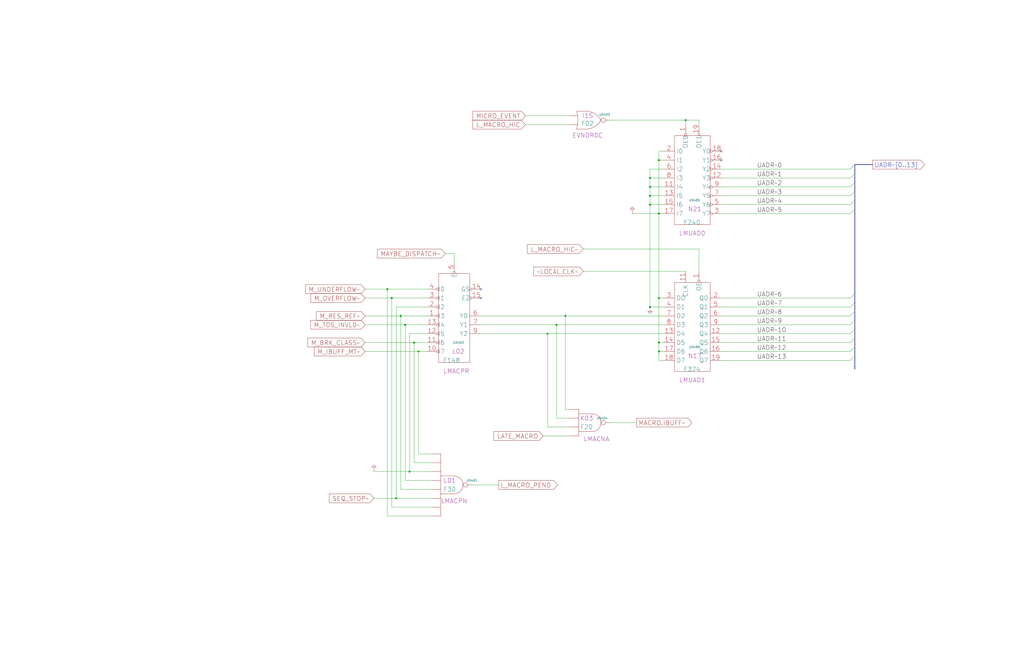
<source format=kicad_sch>
(kicad_sch (version 20211123) (generator eeschema)
  (paper "User" 584.2 378.46)
  (title_block (title "LATE MACRO EVENT ADDR GEN.") (date "22-MAY-90") (rev "1.0") (comment 1 "SEQUENCER") (comment 2 "232-003064") (comment 3 "S400") (comment 4 "RELEASED"))
  (lib_symbols
    (symbol "r1000:F02" (pin_numbers hide) (pin_names hide)
      (property "Reference" "U" (at 12.16 0.635 0))
      (property "Value" "F02" (at -1.27 -4.445 0))
      (property "Location" "___" (at 2.54 0 0))
      (property "Name" "______" (at 2.54 -12.7 0))
      (symbol "F02_0_1"
        (arc (start -3.81 -7.62) (mid -2.9847 -2.54) (end -3.81 2.54) (stroke (width 0.1524)))
        (polyline (pts (xy -5.08 -5.08) (xy -3.175 -5.08)) (stroke (width 0.1524)))
        (polyline (pts (xy -5.08 0) (xy -3.175 0)) (stroke (width 0.1524)))
        (polyline (pts (xy -3.81 -7.62) (xy 2.54 -7.62)) (stroke (width 0.1524)))
        (polyline (pts (xy -3.81 2.54) (xy 2.54 2.54)) (stroke (width 0.1524)))
        (polyline (pts (xy 13.97 -2.54) (xy 12.7 -2.54)) (stroke (width 0.1524)))
        (arc (start 2.54 -7.62) (mid 6.9515 -5.9823) (end 10.16 -2.54) (stroke (width 0.1524)))
        (arc (start 10.16 -2.54) (mid 6.9478 0.8966) (end 2.54 2.54) (stroke (width 0.1524)))
        (circle (center 11.43 -2.54) (radius 1.27) (stroke (width 0.1524)))
      )
      (symbol "F02_0_2"
        (circle (center -3.81 -5.08) (radius 1.27) (stroke (width 0.1524)))
        (circle (center -3.81 0) (radius 1.27) (stroke (width 0.1524)))
        (polyline (pts (xy -2.54 -7.62) (xy 5.08 -7.62)) (stroke (width 0.1524)))
        (polyline (pts (xy -2.54 2.54) (xy -2.54 -7.62)) (stroke (width 0.1524)))
        (polyline (pts (xy -2.54 2.54) (xy 5.08 2.54)) (stroke (width 0.1524)))
        (polyline (pts (xy 11.43 -2.54) (xy 10.16 -2.54)) (stroke (width 0.1524)))
        (polyline (pts (xy 11.43 -2.54) (xy 12.7 -2.54)) (stroke (width 0.1524)))
        (arc (start 5.08 -7.62) (mid 10.1282 -2.54) (end 5.08 2.54) (stroke (width 0.1524)))
      )
      (symbol "F02_1_1"
        (pin input line (at -7.62 0 0) (length 2.54) (name "D0") (number "1"))
        (pin input line (at -7.62 -5.08 0) (length 2.54) (name "D1") (number "2"))
        (pin output line (at 15.24 -2.54 180) (length 1.27) (name "Q") (number "3"))
      )
      (symbol "F02_1_2"
        (pin input line (at -7.62 0 0) (length 2.54) (name "D0") (number "1"))
        (pin input line (at -7.62 -5.08 0) (length 2.54) (name "D1") (number "2"))
        (pin output line (at 15.24 -2.54 180) (length 2.54) (name "Q") (number "3"))
      )
    )
    (symbol "r1000:F148" (pin_names (offset 1.016))
      (property "Reference" "U" (at 2.54 5.08 0))
      (property "Value" "F148" (at -6.35 -5.08 0))
      (property "Location" "___" (at -1.27 0 0))
      (property "Name" "______" (at 1.27 -12.7 0))
      (symbol "F148_1_1"
        (circle (center -9.525 0) (radius 0.635))
        (circle (center -9.525 5.08) (radius 0.635))
        (circle (center -9.525 10.16) (radius 0.635))
        (circle (center -9.525 15.24) (radius 0.635))
        (circle (center -9.525 20.32) (radius 0.635))
        (circle (center -9.525 25.4) (radius 0.635))
        (circle (center -9.525 30.48) (radius 0.635))
        (circle (center -9.525 35.56) (radius 0.635))
        (rectangle (start -8.89 44.45) (end 8.89 -6.35))
        (circle (center 0 45.085) (radius 0.635))
        (circle (center 9.525 30.48) (radius 0.635))
        (circle (center 9.525 35.56) (radius 0.635))
        (pin input line (at -15.24 20.32 0) (length 5.08) (name "I3") (number "1"))
        (pin input line (at -15.24 0 0) (length 5.08) (name "I7") (number "10"))
        (pin input line (at -15.24 5.08 0) (length 5.08) (name "I6") (number "11"))
        (pin input line (at -15.24 10.16 0) (length 5.08) (name "I5") (number "12"))
        (pin input line (at -15.24 15.24 0) (length 5.08) (name "I4") (number "13"))
        (pin output line (at 15.24 35.56 180) (length 5.08) (name "GS") (number "14"))
        (pin output line (at 15.24 30.48 180) (length 5.08) (name "EZ") (number "15"))
        (pin input line (at -15.24 25.4 0) (length 5.08) (name "I2") (number "2"))
        (pin input line (at -15.24 30.48 0) (length 5.08) (name "I1") (number "3"))
        (pin input line (at -15.24 35.56 0) (length 5.08) (name "I0") (number "4"))
        (pin input line (at 0 50.8 270) (length 5.08) (name "E") (number "5"))
        (pin output line (at 15.24 20.32 180) (length 6.35) (name "Y0") (number "6"))
        (pin output line (at 15.24 15.24 180) (length 6.35) (name "Y1") (number "7"))
        (pin output line (at 15.24 10.16 180) (length 6.35) (name "Y2") (number "9"))
      )
    )
    (symbol "r1000:F20" (pin_numbers hide) (pin_names hide)
      (property "Reference" "U" (at 8.255 2.54 0))
      (property "Value" "F20" (at -0.635 -2.54 0))
      (property "Location" "___" (at -0.635 2.54 0))
      (property "Name" "______" (at 5.08 -10.795 0))
      (symbol "F20_0_1"
        (polyline (pts (xy -5.08 -5.08) (xy -5.08 -7.62)) (stroke (width 0.1524)))
        (polyline (pts (xy -5.08 5.08) (xy -5.08 -5.08)) (stroke (width 0.1524)))
        (polyline (pts (xy -5.08 7.62) (xy -5.08 5.08)) (stroke (width 0.1524)))
        (polyline (pts (xy 2.54 -5.08) (xy -5.08 -5.08)) (stroke (width 0.1524)))
        (polyline (pts (xy 2.54 5.08) (xy -5.08 5.08)) (stroke (width 0.1524)))
        (arc (start 2.54 -5.08) (mid 7.5882 0) (end 2.54 5.08) (stroke (width 0.1524)))
        (circle (center 8.89 0) (radius 1.27) (stroke (width 0.1524)))
      )
      (symbol "F20_0_2"
        (circle (center -7.62 -7.62) (radius 1.27) (stroke (width 0.1524)))
        (circle (center -7.62 7.62) (radius 1.27) (stroke (width 0.1524)))
        (circle (center -6.985 -2.54) (radius 1.27) (stroke (width 0.1524)))
        (circle (center -6.985 2.54) (radius 1.27) (stroke (width 0.1524)))
        (arc (start -6.35 -7.62) (mid -5.3975 0) (end -6.35 7.62) (stroke (width 0.1524)))
        (polyline (pts (xy -5.715 -5.08) (xy 1.27 -5.08)) (stroke (width 0.1524)))
        (polyline (pts (xy -5.715 5.08) (xy 1.27 5.08)) (stroke (width 0.1524)))
        (arc (start 1.27 -5.08) (mid 5.0441 -3.2889) (end 7.62 0) (stroke (width 0.1524)))
        (arc (start 7.62 0) (mid 5.0518 3.2985) (end 1.27 5.08) (stroke (width 0.1524)))
      )
      (symbol "F20_1_1"
        (pin input line (at -10.16 7.62 0) (length 5.08) (name "D0") (number "1"))
        (pin input line (at -10.16 2.54 0) (length 5.08) (name "D1") (number "2"))
        (pin input line (at -10.16 -2.54 0) (length 5.08) (name "D2") (number "4"))
        (pin input line (at -10.16 -7.62 0) (length 5.08) (name "D3") (number "5"))
        (pin output line (at 12.7 0 180) (length 2.54) (name "Q") (number "6"))
      )
      (symbol "F20_1_2"
        (pin input line (at -10.16 7.62 0) (length 1.27) (name "D0") (number "1"))
        (pin input line (at -10.16 2.54 0) (length 1.905) (name "D1") (number "2"))
        (pin input line (at -10.16 -2.54 0) (length 1.905) (name "D2") (number "4"))
        (pin input line (at -10.16 -7.62 0) (length 1.27) (name "D3") (number "5"))
        (pin output line (at 12.7 0 180) (length 5.08) (name "Q") (number "6"))
      )
    )
    (symbol "r1000:F240" (pin_names (offset 1.016))
      (property "Reference" "U" (at 2.54 5.08 0))
      (property "Value" "F240" (at -3.81 -7.62 0))
      (property "Location" "___" (at -1.27 0 0))
      (property "Name" "______" (at 1.27 -15.24 0))
      (symbol "F240_1_1"
        (rectangle (start -8.89 41.91) (end 11.43 -8.89))
        (circle (center -2.54 42.545) (radius 0.635))
        (circle (center 5.08 42.545) (radius 0.635))
        (circle (center 12.065 -2.54) (radius 0.635))
        (circle (center 12.065 2.54) (radius 0.635))
        (circle (center 12.065 7.62) (radius 0.635))
        (circle (center 12.065 12.7) (radius 0.635))
        (circle (center 12.065 17.78) (radius 0.635))
        (circle (center 12.065 22.86) (radius 0.635))
        (circle (center 12.065 27.94) (radius 0.635))
        (circle (center 12.065 33.02) (radius 0.635))
        (pin input line (at -2.54 48.26 270) (length 5.08) (name "OE0") (number "1"))
        (pin input line (at -15.24 12.7 0) (length 6.35) (name "I4") (number "11"))
        (pin tri_state line (at 17.78 17.78 180) (length 5.08) (name "Y3") (number "12"))
        (pin input line (at -15.24 7.62 0) (length 6.35) (name "I5") (number "13"))
        (pin tri_state line (at 17.78 22.86 180) (length 5.08) (name "Y2") (number "14"))
        (pin input line (at -15.24 2.54 0) (length 6.35) (name "I6") (number "15"))
        (pin tri_state line (at 17.78 27.94 180) (length 5.08) (name "Y1") (number "16"))
        (pin input line (at -15.24 -2.54 0) (length 6.35) (name "I7") (number "17"))
        (pin tri_state line (at 17.78 33.02 180) (length 5.08) (name "Y0") (number "18"))
        (pin input line (at 5.08 48.26 270) (length 5.08) (name "OE1") (number "19"))
        (pin input line (at -15.24 33.02 0) (length 6.35) (name "I0") (number "2"))
        (pin tri_state line (at 17.78 -2.54 180) (length 5.08) (name "Y7") (number "3"))
        (pin input line (at -15.24 27.94 0) (length 6.35) (name "I1") (number "4"))
        (pin tri_state line (at 17.78 2.54 180) (length 5.08) (name "Y6") (number "5"))
        (pin input line (at -15.24 22.86 0) (length 6.35) (name "I2") (number "6"))
        (pin tri_state line (at 17.78 7.62 180) (length 5.08) (name "Y5") (number "7"))
        (pin input line (at -15.24 17.78 0) (length 6.35) (name "I3") (number "8"))
        (pin tri_state line (at 17.78 12.7 180) (length 5.08) (name "Y4") (number "9"))
      )
    )
    (symbol "r1000:F30" (pin_numbers hide) (pin_names hide)
      (property "Reference" "U" (at 15.24 2.54 0))
      (property "Value" "F30" (at 2.54 -2.54 0))
      (property "Location" "___" (at 2.54 2.54 0))
      (property "Name" "______" (at 5.08 -10.62 0))
      (symbol "F30_0_0"
        (polyline (pts (xy -2.54 -5.08) (xy 5.08 -5.08)) (stroke (width 0.1524)))
        (polyline (pts (xy -2.54 5.08) (xy 5.08 5.08)) (stroke (width 0.1524)))
        (arc (start 5.08 -5.08) (mid 8.6721 -3.5921) (end 10.16 0) (stroke (width 0.1524)))
        (arc (start 10.16 0) (mid 8.6721 3.5921) (end 5.08 5.08) (stroke (width 0.1524)))
        (circle (center 11.43 0) (radius 1.27) (stroke (width 0.1524)))
      )
      (symbol "F30_0_1"
        (polyline (pts (xy -2.54 -7.62) (xy -2.54 -17.78)) (stroke (width 0.1524)))
        (polyline (pts (xy -2.54 -5.08) (xy -2.54 -7.62)) (stroke (width 0.1524)))
        (polyline (pts (xy -2.54 5.08) (xy -2.54 -5.08)) (stroke (width 0.1524)))
        (polyline (pts (xy -2.54 7.62) (xy -2.54 5.08)) (stroke (width 0.1524)))
        (polyline (pts (xy -2.54 17.145) (xy -2.54 7.62)) (stroke (width 0.1524)))
        (polyline (pts (xy -2.54 17.78) (xy -2.54 17.145)) (stroke (width 0.1524)))
      )
      (symbol "F30_1_1"
        (pin input line (at -7.62 7.62 0) (length 5.08) (name "D0") (number "1"))
        (pin input line (at -7.62 17.78 0) (length 5.08) (name "D1") (number "11"))
        (pin input line (at -7.62 12.7 0) (length 5.08) (name "D2") (number "12"))
        (pin input line (at -7.62 2.54 0) (length 5.08) (name "D3") (number "2"))
        (pin input line (at -7.62 -2.54 0) (length 5.08) (name "D4") (number "3"))
        (pin input line (at -7.62 -7.62 0) (length 5.08) (name "D5") (number "4"))
        (pin input line (at -7.62 -12.7 0) (length 5.08) (name "D6") (number "5"))
        (pin input line (at -7.62 -17.78 0) (length 5.08) (name "D7") (number "6"))
        (pin output line (at 15.24 0 180) (length 2.54) (name "Q") (number "8"))
      )
    )
    (symbol "r1000:F374" (pin_names (offset 1.016))
      (property "Reference" "U" (at 2.54 5.08 0))
      (property "Value" "F374" (at -3.81 -7.62 0))
      (property "Location" "___" (at -1.27 0 0))
      (property "Name" "______" (at 1.27 -15.24 0))
      (symbol "F374_1_1"
        (rectangle (start -8.89 41.91) (end 11.43 -8.89))
        (circle (center 5.08 42.545) (radius 0.635))
        (pin input line (at 5.08 48.26 270) (length 5.08) (name "OE") (number "1"))
        (pin input line (at -2.54 48.26 270) (length 6.35) (name "CLK") (number "11"))
        (pin tri_state line (at 17.78 12.7 180) (length 6.35) (name "Q4") (number "12"))
        (pin input line (at -15.24 12.7 0) (length 6.35) (name "D4") (number "13"))
        (pin input line (at -15.24 7.62 0) (length 6.35) (name "D5") (number "14"))
        (pin tri_state line (at 17.78 7.62 180) (length 6.35) (name "Q5") (number "15"))
        (pin tri_state line (at 17.78 2.54 180) (length 6.35) (name "Q6") (number "16"))
        (pin input line (at -15.24 2.54 0) (length 6.35) (name "D6") (number "17"))
        (pin input line (at -15.24 -2.54 0) (length 6.35) (name "D7") (number "18"))
        (pin tri_state line (at 17.78 -2.54 180) (length 6.35) (name "Q7") (number "19"))
        (pin tri_state line (at 17.78 33.02 180) (length 6.35) (name "Q0") (number "2"))
        (pin input line (at -15.24 33.02 0) (length 6.35) (name "D0") (number "3"))
        (pin input line (at -15.24 27.94 0) (length 6.35) (name "D1") (number "4"))
        (pin tri_state line (at 17.78 27.94 180) (length 6.35) (name "Q1") (number "5"))
        (pin tri_state line (at 17.78 22.86 180) (length 6.35) (name "Q2") (number "6"))
        (pin input line (at -15.24 22.86 0) (length 6.35) (name "D2") (number "7"))
        (pin input line (at -15.24 17.78 0) (length 6.35) (name "D3") (number "8"))
        (pin tri_state line (at 17.78 17.78 180) (length 6.35) (name "Q3") (number "9"))
      )
    )
    (symbol "r1000:PD" (power) (pin_numbers hide) (pin_names hide) (in_bom no)
      (symbol "PD_0_1"
        (polyline (pts (xy 0 -2.54) (xy 1.27 -2.54) (xy 0 -3.81) (xy -1.27 -2.54) (xy 0 -2.54)) (stroke (width 0.1524)))
      )
      (symbol "PD_1_1"
        (pin power_in line (at 0 0 270) (length 2.54) (name "PD") (number "1"))
      )
    )
    (symbol "r1000:PU" (power) (pin_numbers hide) (pin_names hide)
      (symbol "PU_0_1"
        (polyline (pts (xy 0 2.54) (xy -1.27 2.54) (xy 0 3.81) (xy 1.27 2.54) (xy 0 2.54)) (stroke (width 0.1524)))
      )
      (symbol "PU_1_1"
        (pin power_in line (at 0 0 90) (length 2.54) (name "PU") (number "1"))
      )
    )
  )
  (bus (pts (xy 487.68 104.14) (xy 487.68 109.22)))
  (bus (pts (xy 487.68 109.22) (xy 487.68 114.3)))
  (bus (pts (xy 487.68 114.3) (xy 487.68 119.38)))
  (bus (pts (xy 487.68 119.38) (xy 487.68 167.64)))
  (bus (pts (xy 487.68 167.64) (xy 487.68 172.72)))
  (bus (pts (xy 487.68 172.72) (xy 487.68 177.8)))
  (bus (pts (xy 487.68 177.8) (xy 487.68 182.88)))
  (bus (pts (xy 487.68 182.88) (xy 487.68 187.96)))
  (bus (pts (xy 487.68 187.96) (xy 487.68 193.04)))
  (bus (pts (xy 487.68 193.04) (xy 487.68 198.12)))
  (bus (pts (xy 487.68 198.12) (xy 487.68 203.2)))
  (bus (pts (xy 487.68 203.2) (xy 487.68 210.82)))
  (bus (pts (xy 487.68 93.98) (xy 487.68 99.06)))
  (bus (pts (xy 487.68 93.98) (xy 497.84 93.98)))
  (bus (pts (xy 487.68 99.06) (xy 487.68 104.14)))
  (wire (pts (xy 208.28 165.1) (xy 220.98 165.1)))
  (wire (pts (xy 208.28 170.18) (xy 223.52 170.18)))
  (wire (pts (xy 208.28 180.34) (xy 228.6 180.34)))
  (wire (pts (xy 208.28 185.42) (xy 231.14 185.42)))
  (wire (pts (xy 208.28 195.58) (xy 236.22 195.58)))
  (wire (pts (xy 208.28 200.66) (xy 238.76 200.66)))
  (wire (pts (xy 213.36 269.24) (xy 233.68 269.24)))
  (wire (pts (xy 213.36 284.48) (xy 226.06 284.48)))
  (wire (pts (xy 220.98 165.1) (xy 220.98 294.64)))
  (wire (pts (xy 220.98 165.1) (xy 243.84 165.1)))
  (wire (pts (xy 220.98 294.64) (xy 246.38 294.64)))
  (wire (pts (xy 223.52 170.18) (xy 243.84 170.18)))
  (wire (pts (xy 223.52 289.56) (xy 223.52 170.18)))
  (wire (pts (xy 226.06 175.26) (xy 226.06 284.48)))
  (wire (pts (xy 226.06 284.48) (xy 246.38 284.48)))
  (wire (pts (xy 228.6 180.34) (xy 243.84 180.34)))
  (wire (pts (xy 228.6 279.4) (xy 228.6 180.34)))
  (wire (pts (xy 231.14 185.42) (xy 231.14 274.32)))
  (wire (pts (xy 231.14 185.42) (xy 243.84 185.42)))
  (wire (pts (xy 231.14 274.32) (xy 246.38 274.32)))
  (wire (pts (xy 233.68 190.5) (xy 233.68 269.24)))
  (wire (pts (xy 233.68 190.5) (xy 243.84 190.5)))
  (wire (pts (xy 233.68 269.24) (xy 246.38 269.24)))
  (wire (pts (xy 236.22 195.58) (xy 236.22 264.16)))
  (wire (pts (xy 236.22 195.58) (xy 243.84 195.58)))
  (wire (pts (xy 236.22 264.16) (xy 246.38 264.16)))
  (wire (pts (xy 238.76 200.66) (xy 238.76 259.08)))
  (wire (pts (xy 238.76 200.66) (xy 243.84 200.66)))
  (wire (pts (xy 243.84 175.26) (xy 226.06 175.26)))
  (wire (pts (xy 246.38 259.08) (xy 238.76 259.08)))
  (wire (pts (xy 246.38 279.4) (xy 228.6 279.4)))
  (wire (pts (xy 246.38 289.56) (xy 223.52 289.56)))
  (wire (pts (xy 254 144.78) (xy 259.08 144.78)))
  (wire (pts (xy 259.08 149.86) (xy 259.08 144.78)))
  (wire (pts (xy 269.24 276.86) (xy 284.48 276.86)))
  (wire (pts (xy 274.32 180.34) (xy 322.58 180.34)))
  (wire (pts (xy 274.32 185.42) (xy 317.5 185.42)))
  (wire (pts (xy 274.32 190.5) (xy 312.42 190.5)))
  (wire (pts (xy 299.72 66.04) (xy 325.12 66.04)))
  (wire (pts (xy 299.72 71.12) (xy 325.12 71.12)))
  (wire (pts (xy 309.88 248.92) (xy 325.12 248.92)))
  (wire (pts (xy 312.42 190.5) (xy 312.42 243.84)))
  (wire (pts (xy 312.42 190.5) (xy 378.46 190.5)))
  (wire (pts (xy 312.42 243.84) (xy 325.12 243.84)))
  (wire (pts (xy 317.5 185.42) (xy 317.5 238.76)))
  (wire (pts (xy 317.5 185.42) (xy 378.46 185.42)))
  (wire (pts (xy 317.5 238.76) (xy 325.12 238.76)))
  (wire (pts (xy 322.58 180.34) (xy 322.58 233.68)))
  (wire (pts (xy 322.58 180.34) (xy 378.46 180.34)))
  (wire (pts (xy 322.58 233.68) (xy 325.12 233.68)))
  (wire (pts (xy 332.74 142.24) (xy 398.78 142.24)))
  (wire (pts (xy 332.74 154.94) (xy 391.16 154.94)))
  (wire (pts (xy 347.98 241.3) (xy 363.22 241.3)))
  (wire (pts (xy 347.98 68.58) (xy 391.16 68.58)))
  (wire (pts (xy 360.68 121.92) (xy 375.92 121.92)))
  (wire (pts (xy 370.84 101.6) (xy 370.84 106.68)))
  (wire (pts (xy 370.84 101.6) (xy 378.46 101.6)))
  (wire (pts (xy 370.84 106.68) (xy 370.84 111.76)))
  (wire (pts (xy 370.84 106.68) (xy 378.46 106.68)))
  (wire (pts (xy 370.84 111.76) (xy 370.84 116.84)))
  (wire (pts (xy 370.84 111.76) (xy 378.46 111.76)))
  (wire (pts (xy 370.84 116.84) (xy 370.84 175.26)))
  (wire (pts (xy 370.84 116.84) (xy 378.46 116.84)))
  (wire (pts (xy 370.84 175.26) (xy 378.46 175.26)))
  (wire (pts (xy 370.84 96.52) (xy 370.84 101.6)))
  (wire (pts (xy 375.92 121.92) (xy 375.92 170.18)))
  (wire (pts (xy 375.92 121.92) (xy 378.46 121.92)))
  (wire (pts (xy 375.92 170.18) (xy 378.46 170.18)))
  (wire (pts (xy 375.92 195.58) (xy 375.92 170.18)))
  (wire (pts (xy 375.92 195.58) (xy 378.46 195.58)))
  (wire (pts (xy 375.92 200.66) (xy 375.92 195.58)))
  (wire (pts (xy 375.92 200.66) (xy 378.46 200.66)))
  (wire (pts (xy 375.92 205.74) (xy 375.92 200.66)))
  (wire (pts (xy 375.92 86.36) (xy 375.92 91.44)))
  (wire (pts (xy 375.92 91.44) (xy 375.92 121.92)))
  (wire (pts (xy 375.92 91.44) (xy 378.46 91.44)))
  (wire (pts (xy 378.46 205.74) (xy 375.92 205.74)))
  (wire (pts (xy 378.46 86.36) (xy 375.92 86.36)))
  (wire (pts (xy 378.46 96.52) (xy 370.84 96.52)))
  (wire (pts (xy 391.16 68.58) (xy 391.16 71.12)))
  (wire (pts (xy 398.78 142.24) (xy 398.78 154.94)))
  (wire (pts (xy 398.78 68.58) (xy 391.16 68.58)))
  (wire (pts (xy 398.78 71.12) (xy 398.78 68.58)))
  (wire (pts (xy 411.48 101.6) (xy 485.14 101.6)))
  (wire (pts (xy 411.48 106.68) (xy 485.14 106.68)))
  (wire (pts (xy 411.48 111.76) (xy 485.14 111.76)))
  (wire (pts (xy 411.48 116.84) (xy 485.14 116.84)))
  (wire (pts (xy 411.48 121.92) (xy 485.14 121.92)))
  (wire (pts (xy 411.48 170.18) (xy 485.14 170.18)))
  (wire (pts (xy 411.48 175.26) (xy 485.14 175.26)))
  (wire (pts (xy 411.48 180.34) (xy 485.14 180.34)))
  (wire (pts (xy 411.48 185.42) (xy 485.14 185.42)))
  (wire (pts (xy 411.48 190.5) (xy 485.14 190.5)))
  (wire (pts (xy 411.48 195.58) (xy 485.14 195.58)))
  (wire (pts (xy 411.48 200.66) (xy 485.14 200.66)))
  (wire (pts (xy 411.48 205.74) (xy 485.14 205.74)))
  (wire (pts (xy 411.48 96.52) (xy 485.14 96.52)))
  (global_label "M_UNDERFLOW~" (shape input) (at 208.28 165.1 180) (effects (font (size 2.54 2.54))) (property "Intersheet References" "${INTERSHEET_REFS}" (at 174.3045 164.9413 0) (effects (font (size 2.54 2.54)) (justify right))))
  (global_label "M_OVERFLOW~" (shape input) (at 208.28 170.18 180) (effects (font (size 2.54 2.54))) (property "Intersheet References" "${INTERSHEET_REFS}" (at 177.3283 170.0213 0) (effects (font (size 2.54 2.54)) (justify right))))
  (global_label "M_RES_REF~" (shape input) (at 208.28 180.34 180) (effects (font (size 2.54 2.54))) (property "Intersheet References" "${INTERSHEET_REFS}" (at 180.594 180.1813 0) (effects (font (size 2.54 2.54)) (justify right))))
  (global_label "M_TOS_INVLD~" (shape input) (at 208.28 185.42 180) (effects (font (size 2.54 2.54))) (property "Intersheet References" "${INTERSHEET_REFS}" (at 177.2073 185.2613 0) (effects (font (size 2.54 2.54)) (justify right))))
  (global_label "M_BRK_CLASS~" (shape input) (at 208.28 195.58 180) (effects (font (size 2.54 2.54))) (property "Intersheet References" "${INTERSHEET_REFS}" (at 175.635 195.4213 0) (effects (font (size 2.54 2.54)) (justify right))))
  (global_label "M_IBUFF_MT~" (shape input) (at 208.28 200.66 180) (effects (font (size 2.54 2.54))) (property "Intersheet References" "${INTERSHEET_REFS}" (at 179.2635 200.5013 0) (effects (font (size 2.54 2.54)) (justify right))))
  (symbol (lib_id "r1000:PU") (at 213.36 269.24 0) (unit 1)
    (property "Reference" "#PWR05401" (effects hide))
    (property "Value" "PU" (effects hide))
  )
  (global_label "SEQ_STOP~" (shape input) (at 213.36 284.48 180) (effects (font (size 2.54 2.54))) (property "Intersheet References" "${INTERSHEET_REFS}" (at 187.8511 284.3213 0) (effects (font (size 2.54 2.54)) (justify right))))
  (junction (at 220.98 165.1))
  (junction (at 223.52 170.18))
  (junction (at 226.06 284.48))
  (junction (at 228.6 180.34))
  (junction (at 231.14 185.42))
  (junction (at 233.68 269.24))
  (junction (at 236.22 195.58))
  (junction (at 238.76 200.66))
  (global_label "MAYBE_DISPATCH~" (shape input) (at 254 144.78 180) (effects (font (size 2.54 2.54))) (property "Intersheet References" "${INTERSHEET_REFS}" (at 215.3073 144.6213 0) (effects (font (size 2.54 2.54)) (justify right))))
  (symbol (lib_id "r1000:F30") (at 254 276.86 0) (unit 1)
    (property "Reference" "U5401" (at 269.24 274.32 0))
    (property "Value" "F30" (at 256.54 279.4 0) (effects (font (size 2.54 2.54))))
    (property "Location" "L01" (at 256.54 274.32 0) (effects (font (size 2.54 2.54))))
    (property "Name" "LMACPN" (at 259.08 287.48 0) (effects (font (size 2.54 2.54)) (justify bottom)))
  )
  (symbol (lib_id "r1000:F148") (at 259.08 200.66 0) (unit 1)
    (property "Reference" "U5402" (at 261.62 195.58 0))
    (property "Value" "F148" (at 252.73 205.74 0) (effects (font (size 2.54 2.54)) (justify left)))
    (property "Location" "L02" (at 257.81 200.66 0) (effects (font (size 2.54 2.54)) (justify left)))
    (property "Name" "LMACPR" (at 260.35 213.36 0) (effects (font (size 2.54 2.54)) (justify bottom)))
  )
  (no_connect (at 274.32 165.1))
  (no_connect (at 274.32 170.18))
  (global_label "L_MACRO_PEND" (shape output) (at 284.48 276.86 0) (effects (font (size 2.54 2.54))) (property "Intersheet References" "${INTERSHEET_REFS}" (at 318.0927 276.7013 0) (effects (font (size 2.54 2.54)) (justify left))))
  (global_label "MICRO_EVENT" (shape input) (at 299.72 66.04 180) (effects (font (size 2.54 2.54))) (property "Intersheet References" "${INTERSHEET_REFS}" (at 269.7359 65.8813 0) (effects (font (size 2.54 2.54)) (justify right))))
  (global_label "L_MACRO_HIC" (shape input) (at 299.72 71.12 180) (effects (font (size 2.54 2.54))) (property "Intersheet References" "${INTERSHEET_REFS}" (at 269.7359 70.9613 0) (effects (font (size 2.54 2.54)) (justify right))))
  (global_label "LATE_MACRO" (shape input) (at 309.88 248.92 180) (effects (font (size 2.54 2.54))) (property "Intersheet References" "${INTERSHEET_REFS}" (at 281.8311 248.7613 0) (effects (font (size 2.54 2.54)) (justify right))))
  (junction (at 312.42 190.5))
  (junction (at 317.5 185.42))
  (junction (at 322.58 180.34))
  (symbol (lib_id "r1000:F02") (at 332.74 66.04 0) (unit 1)
    (property "Reference" "U5403" (at 344.9 65.405 0))
    (property "Value" "F02" (at 331.47 70.485 0) (effects (font (size 2.54 2.54)) (justify left)))
    (property "Location" "I15" (at 335.28 66.04 0) (effects (font (size 2.54 2.54))))
    (property "Name" "EVNOR0C" (at 335.28 78.74 0) (effects (font (size 2.54 2.54)) (justify bottom)))
  )
  (global_label "L_MACRO_HIC~" (shape input) (at 332.74 142.24 180) (effects (font (size 2.54 2.54))) (property "Intersheet References" "${INTERSHEET_REFS}" (at 300.9416 142.0813 0) (effects (font (size 2.54 2.54)) (justify right))))
  (global_label "~LOCAL.CLK~" (shape input) (at 332.74 154.94 180) (effects (font (size 2.54 2.54))) (property "Intersheet References" "${INTERSHEET_REFS}" (at 304.4492 154.7813 0) (effects (font (size 2.54 2.54)) (justify right))))
  (symbol (lib_id "r1000:F20") (at 335.28 241.3 0) (unit 1)
    (property "Reference" "U5404" (at 343.535 238.76 0))
    (property "Value" "F20" (at 334.645 243.84 0) (effects (font (size 2.54 2.54))))
    (property "Location" "K03" (at 334.645 238.76 0) (effects (font (size 2.54 2.54))))
    (property "Name" "LMACNA" (at 340.36 252.095 0) (effects (font (size 2.54 2.54)) (justify bottom)))
  )
  (symbol (lib_id "r1000:PU") (at 360.68 121.92 0) (unit 1)
    (property "Reference" "#PWR05402" (effects hide))
    (property "Value" "PU" (effects hide))
  )
  (global_label "MACRO.IBUFF~" (shape output) (at 363.22 241.3 0) (effects (font (size 2.54 2.54))) (property "Intersheet References" "${INTERSHEET_REFS}" (at 394.6555 241.1413 0) (effects (font (size 2.54 2.54)) (justify left))))
  (junction (at 370.84 101.6))
  (junction (at 370.84 106.68))
  (junction (at 370.84 111.76))
  (junction (at 370.84 116.84))
  (junction (at 370.84 175.26))
  (symbol (lib_id "r1000:PD") (at 370.84 175.26 0) (unit 1) (in_bom no)
    (property "Reference" "#PWR05403" (effects hide))
    (property "Value" "PD" (effects hide))
  )
  (junction (at 375.92 91.44))
  (junction (at 375.92 121.92))
  (junction (at 375.92 170.18))
  (junction (at 375.92 195.58))
  (junction (at 375.92 200.66))
  (junction (at 391.16 68.58))
  (symbol (lib_id "r1000:F240") (at 393.7 119.38 0) (unit 1)
    (property "Reference" "U5405" (at 396.24 114.3 0))
    (property "Value" "F240" (at 389.89 127 0) (effects (font (size 2.54 2.54)) (justify left)))
    (property "Location" "N21" (at 392.43 119.38 0) (effects (font (size 2.54 2.54)) (justify left)))
    (property "Name" "LMUAD0" (at 394.97 134.62 0) (effects (font (size 2.54 2.54)) (justify bottom)))
  )
  (symbol (lib_id "r1000:F374") (at 393.7 203.2 0) (unit 1)
    (property "Reference" "U5406" (at 396.24 198.12 0))
    (property "Value" "F374" (at 389.89 210.82 0) (effects (font (size 2.54 2.54)) (justify left)))
    (property "Location" "N17" (at 392.43 203.2 0) (effects (font (size 2.54 2.54)) (justify left)))
    (property "Name" "LMUAD1" (at 394.97 218.44 0) (effects (font (size 2.54 2.54)) (justify bottom)))
  )
  (no_connect (at 411.48 86.36))
  (no_connect (at 411.48 91.44))
  (label "UADR~0" (at 431.8 96.52 0) (effects (font (size 2.54 2.54))))
  (label "UADR~1" (at 431.8 101.6 0) (effects (font (size 2.54 2.54))))
  (label "UADR~2" (at 431.8 106.68 0) (effects (font (size 2.54 2.54))))
  (label "UADR~3" (at 431.8 111.76 0) (effects (font (size 2.54 2.54))))
  (label "UADR~4" (at 431.8 116.84 0) (effects (font (size 2.54 2.54))))
  (label "UADR~5" (at 431.8 121.92 0) (effects (font (size 2.54 2.54))))
  (label "UADR~6" (at 431.8 170.18 0) (effects (font (size 2.54 2.54))))
  (label "UADR~7" (at 431.8 175.26 0) (effects (font (size 2.54 2.54))))
  (label "UADR~8" (at 431.8 180.34 0) (effects (font (size 2.54 2.54))))
  (label "UADR~9" (at 431.8 185.42 0) (effects (font (size 2.54 2.54))))
  (label "UADR~10" (at 431.8 190.5 0) (effects (font (size 2.54 2.54))))
  (label "UADR~11" (at 431.8 195.58 0) (effects (font (size 2.54 2.54))))
  (label "UADR~12" (at 431.8 200.66 0) (effects (font (size 2.54 2.54))))
  (label "UADR~13" (at 431.8 205.74 0) (effects (font (size 2.54 2.54))))
  (bus_entry (at 487.68 93.98) (size -2.54 2.54))
  (bus_entry (at 487.68 99.06) (size -2.54 2.54))
  (bus_entry (at 487.68 104.14) (size -2.54 2.54))
  (bus_entry (at 487.68 109.22) (size -2.54 2.54))
  (bus_entry (at 487.68 114.3) (size -2.54 2.54))
  (bus_entry (at 487.68 119.38) (size -2.54 2.54))
  (bus_entry (at 487.68 167.64) (size -2.54 2.54))
  (bus_entry (at 487.68 172.72) (size -2.54 2.54))
  (bus_entry (at 487.68 177.8) (size -2.54 2.54))
  (bus_entry (at 487.68 182.88) (size -2.54 2.54))
  (bus_entry (at 487.68 187.96) (size -2.54 2.54))
  (bus_entry (at 487.68 193.04) (size -2.54 2.54))
  (bus_entry (at 487.68 198.12) (size -2.54 2.54))
  (bus_entry (at 487.68 203.2) (size -2.54 2.54))
  (global_label "UADR~[0..13]" (shape output) (at 497.84 93.98 0) (effects (font (size 2.54 2.54))) (property "Intersheet References" "${INTERSHEET_REFS}" (at 527.4612 93.8213 0) (effects (font (size 2.54 2.54)) (justify left))))
)
</source>
